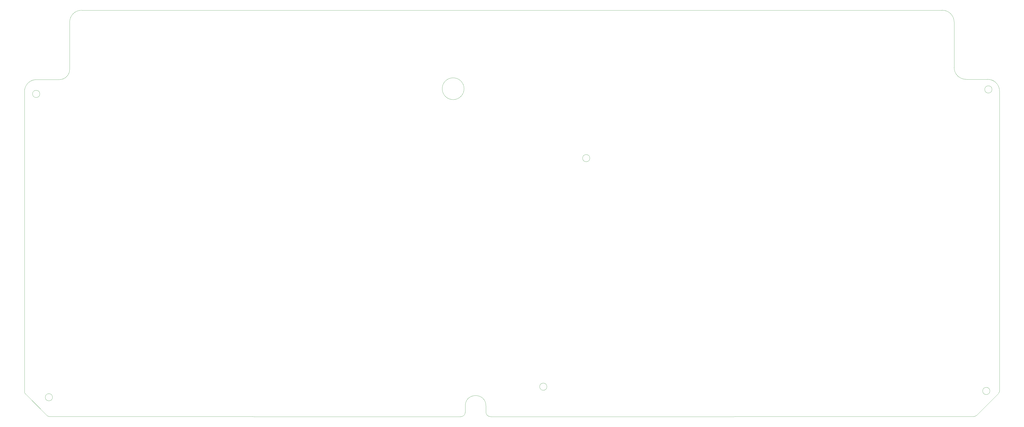
<source format=gbr>
%TF.GenerationSoftware,KiCad,Pcbnew,(5.1.6)-1*%
%TF.CreationDate,2020-10-15T10:15:17+02:00*%
%TF.ProjectId,wy60_usb,77793630-5f75-4736-922e-6b696361645f,rev?*%
%TF.SameCoordinates,Original*%
%TF.FileFunction,Profile,NP*%
%FSLAX46Y46*%
G04 Gerber Fmt 4.6, Leading zero omitted, Abs format (unit mm)*
G04 Created by KiCad (PCBNEW (5.1.6)-1) date 2020-10-15 10:15:17*
%MOMM*%
%LPD*%
G01*
G04 APERTURE LIST*
%TA.AperFunction,Profile*%
%ADD10C,0.100000*%
%TD*%
G04 APERTURE END LIST*
D10*
X242608954Y-112166400D02*
G75*
G03*
X242608954Y-112166400I-1512154J0D01*
G01*
X410870400Y-83362800D02*
G75*
G03*
X410870400Y-83362800I-1524000J0D01*
G01*
X409981400Y-209753200D02*
G75*
G03*
X409981400Y-209753200I-1511300J0D01*
G01*
X224651154Y-207963353D02*
G75*
G03*
X224651154Y-207963353I-1512154J0D01*
G01*
X17805400Y-212394800D02*
G75*
G03*
X17805400Y-212394800I-1511300J0D01*
G01*
X12496800Y-85242400D02*
G75*
G03*
X12496800Y-85242400I-1524000J0D01*
G01*
X189995526Y-83061525D02*
G75*
G03*
X189995526Y-83061525I-4575526J0D01*
G01*
X6092172Y-210083401D02*
G75*
G03*
X6553200Y-211099400I1350027J0D01*
G01*
X16535400Y-220497400D02*
G75*
G02*
X15519401Y-220036372I0J1350027D01*
G01*
X403301200Y-220472000D02*
G75*
G03*
X404317199Y-220010972I0J1350027D01*
G01*
X414020000Y-209753200D02*
G75*
G02*
X413558972Y-210769199I-1350027J0D01*
G01*
X408929470Y-79122910D02*
G75*
G02*
X414020000Y-84074000I137530J-4951090D01*
G01*
X400111330Y-79119090D02*
G75*
G02*
X395020800Y-74168000I-137530J4951090D01*
G01*
X389930270Y-50166910D02*
G75*
G02*
X395020800Y-55118000I137530J-4951090D01*
G01*
X24995510Y-55255530D02*
G75*
G02*
X29946600Y-50165000I4951090J137530D01*
G01*
X24993600Y-74930000D02*
X24995510Y-55255530D01*
X24993600Y-74930000D02*
G75*
G02*
X20675600Y-79248000I-4318000J0D01*
G01*
X6096000Y-84338530D02*
G75*
G02*
X11047090Y-79248000I4951090J137530D01*
G01*
X11047090Y-79248000D02*
X20675600Y-79248000D01*
X6092172Y-210083401D02*
X6096000Y-84338530D01*
X15519401Y-220036372D02*
X6553200Y-211099400D01*
X201041000Y-220522800D02*
G75*
G02*
X199136000Y-218617800I0J1905000D01*
G01*
X190500000Y-218643200D02*
X190500000Y-216001600D01*
X199136000Y-218617800D02*
X199136000Y-216001600D01*
X190500000Y-218643200D02*
G75*
G02*
X188595000Y-220548200I-1905000J0D01*
G01*
X190500000Y-216001600D02*
G75*
G02*
X199136000Y-216001600I4318000J0D01*
G01*
X188595000Y-220548200D02*
X16535400Y-220497400D01*
X403301200Y-220472000D02*
X201041000Y-220522800D01*
X413558972Y-210769199D02*
X404317199Y-220010972D01*
X414020000Y-84074000D02*
X414020000Y-209753200D01*
X400111330Y-79119090D02*
X408929470Y-79122910D01*
X395020800Y-55118000D02*
X395020800Y-74168000D01*
X29946600Y-50165000D02*
X389930270Y-50166910D01*
M02*

</source>
